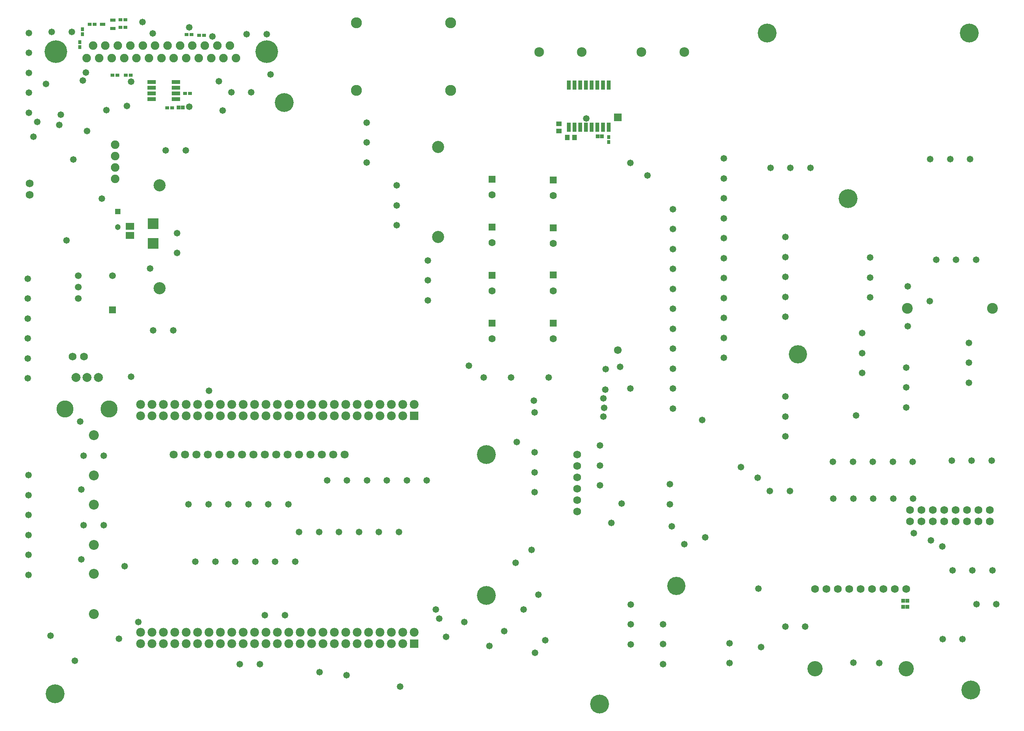
<source format=gbs>
G04*
G04 #@! TF.GenerationSoftware,Altium Limited,Altium Designer,20.2.4 (192)*
G04*
G04 Layer_Color=16711935*
%FSLAX24Y24*%
%MOIN*%
G70*
G04*
G04 #@! TF.SameCoordinates,88804F16-18CD-4051-863E-DBC97BB31399*
G04*
G04*
G04 #@! TF.FilePolarity,Negative*
G04*
G01*
G75*
%ADD40R,0.0395X0.0474*%
%ADD43R,0.0316X0.0356*%
%ADD49R,0.0356X0.0316*%
%ADD50R,0.0474X0.0316*%
%ADD53R,0.0474X0.0395*%
%ADD59C,0.1600*%
%ADD60C,0.0690*%
%ADD61C,0.0946*%
%ADD62R,0.0592X0.0592*%
%ADD63C,0.0631*%
%ADD64R,0.0592X0.0592*%
%ADD65C,0.0592*%
%ADD66C,0.0710*%
%ADD67C,0.1340*%
%ADD68C,0.0848*%
%ADD69C,0.1655*%
%ADD70C,0.0749*%
%ADD71C,0.1987*%
%ADD72C,0.0966*%
%ADD73R,0.0780X0.0780*%
%ADD74C,0.0780*%
%ADD75R,0.0513X0.0513*%
%ADD76C,0.0513*%
%ADD77C,0.0789*%
%ADD78C,0.1497*%
%ADD79C,0.0867*%
%ADD80R,0.0676X0.0676*%
%ADD81C,0.0676*%
%ADD82C,0.1064*%
%ADD83C,0.0580*%
%ADD123R,0.0336X0.0332*%
%ADD124R,0.0336X0.0789*%
%ADD125R,0.0781X0.0363*%
%ADD126R,0.0734X0.0647*%
%ADD127R,0.0926X0.0946*%
D40*
X47841Y51850D02*
D03*
X48471D02*
D03*
D43*
X51471Y51433D02*
D03*
Y51867D02*
D03*
X5315Y60925D02*
D03*
Y61358D02*
D03*
X5079Y60197D02*
D03*
Y59764D02*
D03*
D49*
X5965Y61772D02*
D03*
X6398D02*
D03*
X8661Y61496D02*
D03*
X9094D02*
D03*
X9076Y62165D02*
D03*
X8643D02*
D03*
X8366Y57323D02*
D03*
X7933D02*
D03*
X9114D02*
D03*
X9547D02*
D03*
X12755Y54438D02*
D03*
X13188D02*
D03*
X14738Y55700D02*
D03*
X14305D02*
D03*
X15551Y60827D02*
D03*
X15984D02*
D03*
X14882Y60866D02*
D03*
X14449D02*
D03*
D50*
X7992Y61398D02*
D03*
Y62146D02*
D03*
X7087Y61772D02*
D03*
D53*
X47121Y53050D02*
D03*
Y52420D02*
D03*
D59*
X57425Y12479D02*
D03*
X68095Y32799D02*
D03*
D60*
X669Y47811D02*
D03*
Y46811D02*
D03*
X82929Y18134D02*
D03*
Y19134D02*
D03*
X83929Y18134D02*
D03*
Y19134D02*
D03*
X84929Y18134D02*
D03*
Y19134D02*
D03*
X81929Y18134D02*
D03*
Y19134D02*
D03*
X79929D02*
D03*
Y18134D02*
D03*
X78929Y19134D02*
D03*
Y18134D02*
D03*
X77929Y19134D02*
D03*
Y18134D02*
D03*
X80929Y19134D02*
D03*
Y18134D02*
D03*
X48721Y24000D02*
D03*
Y23000D02*
D03*
Y22000D02*
D03*
Y21000D02*
D03*
Y20000D02*
D03*
Y19000D02*
D03*
X69588Y12200D02*
D03*
X70588D02*
D03*
X71588D02*
D03*
X72588D02*
D03*
X73588D02*
D03*
X74588D02*
D03*
X75588D02*
D03*
X76588D02*
D03*
X77588D02*
D03*
X5459Y32618D02*
D03*
X4459D02*
D03*
D61*
X85165Y36850D02*
D03*
X77693D02*
D03*
D62*
X41248Y35544D02*
D03*
X46621Y35555D02*
D03*
X41259Y39758D02*
D03*
X46621Y39769D02*
D03*
X41259Y43982D02*
D03*
X46621Y43914D02*
D03*
X41259Y48186D02*
D03*
X46621Y48119D02*
D03*
D63*
X41248Y34166D02*
D03*
X46621Y34177D02*
D03*
X41259Y38380D02*
D03*
X46621Y38391D02*
D03*
X41259Y42604D02*
D03*
X46621Y42536D02*
D03*
X41259Y46808D02*
D03*
X46621Y46741D02*
D03*
D64*
X7943Y36715D02*
D03*
D65*
Y39715D02*
D03*
X4943D02*
D03*
Y38715D02*
D03*
Y37715D02*
D03*
D66*
X28321Y24019D02*
D03*
X27321D02*
D03*
X26321D02*
D03*
X25321D02*
D03*
X24321D02*
D03*
X23321D02*
D03*
X22321D02*
D03*
X21321D02*
D03*
X20321D02*
D03*
X19321D02*
D03*
X18321D02*
D03*
X17321D02*
D03*
X16321D02*
D03*
X15321D02*
D03*
X14321D02*
D03*
X13321D02*
D03*
D67*
X69588Y5200D02*
D03*
X77588D02*
D03*
D68*
X49121Y59350D02*
D03*
X45373D02*
D03*
X58111D02*
D03*
X54363D02*
D03*
D69*
X72491Y46467D02*
D03*
X83121Y61000D02*
D03*
X65371D02*
D03*
X83257Y3351D02*
D03*
X23021Y54900D02*
D03*
X50671Y2100D02*
D03*
X40762Y24019D02*
D03*
Y11656D02*
D03*
X2921Y3000D02*
D03*
D70*
X18781Y58803D02*
D03*
X17691D02*
D03*
X16600D02*
D03*
X15510D02*
D03*
X14419D02*
D03*
X13329D02*
D03*
X12238D02*
D03*
X11148D02*
D03*
X10057D02*
D03*
X8967D02*
D03*
X7876D02*
D03*
X6785D02*
D03*
X5695D02*
D03*
X18236Y59921D02*
D03*
X17146D02*
D03*
X16055D02*
D03*
X14965D02*
D03*
X13874D02*
D03*
X12783D02*
D03*
X11693D02*
D03*
X10602D02*
D03*
X9512D02*
D03*
X8421D02*
D03*
X7331D02*
D03*
X6240D02*
D03*
X8185Y51200D02*
D03*
Y50200D02*
D03*
Y49200D02*
D03*
Y48200D02*
D03*
D71*
X21498Y59362D02*
D03*
X2978D02*
D03*
D72*
X29354Y55994D02*
D03*
Y61900D02*
D03*
X37621D02*
D03*
Y55994D02*
D03*
D73*
X34421Y27400D02*
D03*
Y7400D02*
D03*
D74*
Y28400D02*
D03*
X33421Y27400D02*
D03*
Y28400D02*
D03*
X32421Y27400D02*
D03*
Y28400D02*
D03*
X31421Y27400D02*
D03*
Y28400D02*
D03*
X30421Y27400D02*
D03*
Y28400D02*
D03*
X29421Y27400D02*
D03*
Y28400D02*
D03*
X28421Y27400D02*
D03*
Y28400D02*
D03*
X27421Y27400D02*
D03*
Y28400D02*
D03*
X26421Y27400D02*
D03*
Y28400D02*
D03*
X25421Y27400D02*
D03*
Y28400D02*
D03*
X24421Y27400D02*
D03*
Y28400D02*
D03*
X23421Y27400D02*
D03*
Y28400D02*
D03*
X22421Y27400D02*
D03*
Y28400D02*
D03*
X21421Y27400D02*
D03*
Y28400D02*
D03*
X20421Y27400D02*
D03*
Y28400D02*
D03*
X19421Y27400D02*
D03*
Y28400D02*
D03*
X18421Y27400D02*
D03*
Y28400D02*
D03*
X17421Y27400D02*
D03*
Y28400D02*
D03*
X16421Y27400D02*
D03*
Y28400D02*
D03*
X15421Y27400D02*
D03*
Y28400D02*
D03*
X14421Y27400D02*
D03*
Y28400D02*
D03*
X13421Y27400D02*
D03*
Y28400D02*
D03*
X12421Y27400D02*
D03*
Y28400D02*
D03*
X11421Y27400D02*
D03*
Y28400D02*
D03*
X10421Y27400D02*
D03*
Y28400D02*
D03*
Y8400D02*
D03*
Y7400D02*
D03*
X11421Y8400D02*
D03*
Y7400D02*
D03*
X12421Y8400D02*
D03*
Y7400D02*
D03*
X13421Y8400D02*
D03*
Y7400D02*
D03*
X14421Y8400D02*
D03*
Y7400D02*
D03*
X15421Y8400D02*
D03*
Y7400D02*
D03*
X16421Y8400D02*
D03*
Y7400D02*
D03*
X17421Y8400D02*
D03*
Y7400D02*
D03*
X18421Y8400D02*
D03*
Y7400D02*
D03*
X19421Y8400D02*
D03*
Y7400D02*
D03*
X20421Y8400D02*
D03*
Y7400D02*
D03*
X21421Y8400D02*
D03*
Y7400D02*
D03*
X22421Y8400D02*
D03*
Y7400D02*
D03*
X23421Y8400D02*
D03*
Y7400D02*
D03*
X24421Y8400D02*
D03*
Y7400D02*
D03*
X25421Y8400D02*
D03*
Y7400D02*
D03*
X26421Y8400D02*
D03*
Y7400D02*
D03*
X27421Y8400D02*
D03*
Y7400D02*
D03*
X28421Y8400D02*
D03*
Y7400D02*
D03*
X29421Y8400D02*
D03*
Y7400D02*
D03*
X30421Y8400D02*
D03*
Y7400D02*
D03*
X31421Y8400D02*
D03*
Y7400D02*
D03*
X32421Y8400D02*
D03*
Y7400D02*
D03*
X33421Y8400D02*
D03*
Y7400D02*
D03*
X34421Y8400D02*
D03*
D75*
X8418Y45354D02*
D03*
D76*
Y43976D02*
D03*
D77*
X6706Y30767D02*
D03*
X5721D02*
D03*
X4737D02*
D03*
D78*
X7650Y28011D02*
D03*
X3792D02*
D03*
D79*
X6306Y25706D02*
D03*
Y22163D02*
D03*
Y19606D02*
D03*
Y16063D02*
D03*
Y13556D02*
D03*
Y10013D02*
D03*
D80*
X52283Y53606D02*
D03*
D81*
Y33189D02*
D03*
D82*
X36516Y43122D02*
D03*
Y50996D02*
D03*
X12071Y47650D02*
D03*
Y38595D02*
D03*
D83*
X69173Y49173D02*
D03*
X67423D02*
D03*
X65673D02*
D03*
X80201Y41102D02*
D03*
X81951D02*
D03*
X83701D02*
D03*
X74409Y41295D02*
D03*
Y39545D02*
D03*
Y37795D02*
D03*
X83071Y33815D02*
D03*
Y32065D02*
D03*
Y30315D02*
D03*
X77598Y31650D02*
D03*
Y29900D02*
D03*
Y28150D02*
D03*
X77717Y38776D02*
D03*
X79646Y37480D02*
D03*
X77717Y35276D02*
D03*
X79689Y49961D02*
D03*
X81439D02*
D03*
X83189D02*
D03*
X32874Y44134D02*
D03*
Y45884D02*
D03*
Y47634D02*
D03*
X30236Y49646D02*
D03*
Y51396D02*
D03*
Y53146D02*
D03*
X35630Y37559D02*
D03*
Y39309D02*
D03*
Y41059D02*
D03*
X630Y61024D02*
D03*
Y59274D02*
D03*
Y57524D02*
D03*
Y55774D02*
D03*
Y54024D02*
D03*
X512Y39449D02*
D03*
Y37699D02*
D03*
Y35949D02*
D03*
Y34199D02*
D03*
Y30699D02*
D03*
Y32449D02*
D03*
X591Y22205D02*
D03*
Y20455D02*
D03*
Y18705D02*
D03*
Y16955D02*
D03*
Y13455D02*
D03*
Y15205D02*
D03*
X2520Y8110D02*
D03*
X4646Y5906D02*
D03*
X17283Y56772D02*
D03*
X21811Y57362D02*
D03*
X14685Y61496D02*
D03*
X9567Y56732D02*
D03*
X14685Y54528D02*
D03*
X10591Y61968D02*
D03*
X5630Y57559D02*
D03*
X5354Y56850D02*
D03*
X83746Y10866D02*
D03*
X85496D02*
D03*
X81642Y13848D02*
D03*
X83392D02*
D03*
X85142D02*
D03*
X78189Y20148D02*
D03*
X71189D02*
D03*
X72939D02*
D03*
X74689D02*
D03*
X76439D02*
D03*
X78150Y23386D02*
D03*
X71150D02*
D03*
X72900D02*
D03*
X74650D02*
D03*
X76400D02*
D03*
X81573Y23484D02*
D03*
X83323D02*
D03*
X85073D02*
D03*
X73189Y27441D02*
D03*
X79744Y16467D02*
D03*
X80748Y15945D02*
D03*
X78248Y17112D02*
D03*
X52470Y31722D02*
D03*
X51211Y31516D02*
D03*
X51179Y29700D02*
D03*
X65621Y20800D02*
D03*
X64557Y21988D02*
D03*
X63091Y22913D02*
D03*
X67371Y20800D02*
D03*
X59675Y27028D02*
D03*
X53386Y29813D02*
D03*
X46221Y30767D02*
D03*
X39221Y31800D02*
D03*
X42921Y30767D02*
D03*
X40521D02*
D03*
X9596Y30846D02*
D03*
X44729Y15642D02*
D03*
X43321Y14500D02*
D03*
X38821Y9300D02*
D03*
X54871Y48500D02*
D03*
X53371Y49600D02*
D03*
X56845Y19650D02*
D03*
Y21400D02*
D03*
X57021Y17700D02*
D03*
X42321Y8500D02*
D03*
X41021Y7200D02*
D03*
X80771Y7800D02*
D03*
X82521D02*
D03*
X66971Y8900D02*
D03*
X68721D02*
D03*
X75221Y5700D02*
D03*
X72953Y5748D02*
D03*
X37221Y8000D02*
D03*
X23071Y9900D02*
D03*
X21321D02*
D03*
X20871Y5600D02*
D03*
X19121D02*
D03*
X10221Y9300D02*
D03*
X9021Y14200D02*
D03*
X11250Y40344D02*
D03*
X3921Y42800D02*
D03*
X4521Y49900D02*
D03*
X5721Y52400D02*
D03*
X11496Y60984D02*
D03*
X16721Y60700D02*
D03*
X13621Y41700D02*
D03*
Y43450D02*
D03*
X11521Y34900D02*
D03*
X13271D02*
D03*
X16421Y29600D02*
D03*
X5421Y17800D02*
D03*
X7171D02*
D03*
X5421Y23900D02*
D03*
X7171D02*
D03*
X7019Y46491D02*
D03*
X14371Y50700D02*
D03*
X12621D02*
D03*
X9221Y54600D02*
D03*
X18371Y55800D02*
D03*
X20121D02*
D03*
X4371Y61100D02*
D03*
X2621D02*
D03*
X21471Y60900D02*
D03*
X19721D02*
D03*
X17621Y54200D02*
D03*
X36321Y10400D02*
D03*
X44021D02*
D03*
X36621Y9600D02*
D03*
X26121Y4900D02*
D03*
X62071Y5700D02*
D03*
Y7450D02*
D03*
X64833Y7106D02*
D03*
X58110Y16142D02*
D03*
X64606Y12234D02*
D03*
X59961Y16732D02*
D03*
X66971Y27350D02*
D03*
Y29100D02*
D03*
X73704Y31165D02*
D03*
Y32915D02*
D03*
Y34665D02*
D03*
X66971Y36100D02*
D03*
Y37850D02*
D03*
Y39600D02*
D03*
Y41350D02*
D03*
Y43100D02*
D03*
Y25600D02*
D03*
X61571Y34250D02*
D03*
Y36000D02*
D03*
Y37750D02*
D03*
Y39500D02*
D03*
Y41250D02*
D03*
Y43000D02*
D03*
Y44750D02*
D03*
Y46500D02*
D03*
Y48250D02*
D03*
Y50000D02*
D03*
Y32500D02*
D03*
X49521Y53500D02*
D03*
X56245Y9118D02*
D03*
Y7368D02*
D03*
Y5618D02*
D03*
X53421Y10850D02*
D03*
Y9100D02*
D03*
Y7350D02*
D03*
X33171Y3650D02*
D03*
X45021Y6600D02*
D03*
X57121Y28050D02*
D03*
X51021Y27350D02*
D03*
X51071Y28100D02*
D03*
X51021Y28950D02*
D03*
X44921Y28750D02*
D03*
X45921Y7700D02*
D03*
X45321Y11700D02*
D03*
X51721Y18000D02*
D03*
X52621Y19700D02*
D03*
X50721Y21300D02*
D03*
Y23050D02*
D03*
Y24800D02*
D03*
X44971Y22450D02*
D03*
Y20700D02*
D03*
Y24200D02*
D03*
X43421Y25100D02*
D03*
X44971Y27700D02*
D03*
X28521Y21750D02*
D03*
X26771D02*
D03*
X30271D02*
D03*
X32021D02*
D03*
X33771D02*
D03*
X35521D02*
D03*
X16971Y14600D02*
D03*
X15221D02*
D03*
X18721D02*
D03*
X20471D02*
D03*
X22221D02*
D03*
X23971D02*
D03*
X26071Y17200D02*
D03*
X24321D02*
D03*
X27821D02*
D03*
X29571D02*
D03*
X31321D02*
D03*
X33071D02*
D03*
X16371Y19650D02*
D03*
X14621D02*
D03*
X18121D02*
D03*
X19871D02*
D03*
X21621D02*
D03*
X23371D02*
D03*
X5121Y26900D02*
D03*
X5221Y20950D02*
D03*
Y14800D02*
D03*
X8521Y7850D02*
D03*
X57121Y45550D02*
D03*
Y43800D02*
D03*
Y42050D02*
D03*
Y40300D02*
D03*
Y38550D02*
D03*
Y36800D02*
D03*
Y35050D02*
D03*
Y33300D02*
D03*
Y31550D02*
D03*
Y29800D02*
D03*
X28471Y4650D02*
D03*
X1347Y53226D02*
D03*
X3421Y53850D02*
D03*
X1021Y51900D02*
D03*
X3271Y52950D02*
D03*
X7421Y54250D02*
D03*
X2121Y56550D02*
D03*
D123*
X77313Y11181D02*
D03*
X77677D02*
D03*
X77313Y10630D02*
D03*
X77677D02*
D03*
X50511Y51950D02*
D03*
X50876D02*
D03*
X13757Y54472D02*
D03*
X14121D02*
D03*
D124*
X47971Y56460D02*
D03*
X48471D02*
D03*
X48971D02*
D03*
X49471D02*
D03*
X49971D02*
D03*
X50471D02*
D03*
X50971D02*
D03*
X51471D02*
D03*
Y52740D02*
D03*
X50971D02*
D03*
X50471D02*
D03*
X49971D02*
D03*
X49471D02*
D03*
X48971D02*
D03*
X48471D02*
D03*
X47971D02*
D03*
D125*
X13507Y55200D02*
D03*
Y55700D02*
D03*
Y56200D02*
D03*
Y56700D02*
D03*
X11371D02*
D03*
Y56200D02*
D03*
Y55700D02*
D03*
Y55200D02*
D03*
D126*
X9471Y43250D02*
D03*
Y44030D02*
D03*
D127*
X11521Y44282D02*
D03*
Y42550D02*
D03*
M02*

</source>
